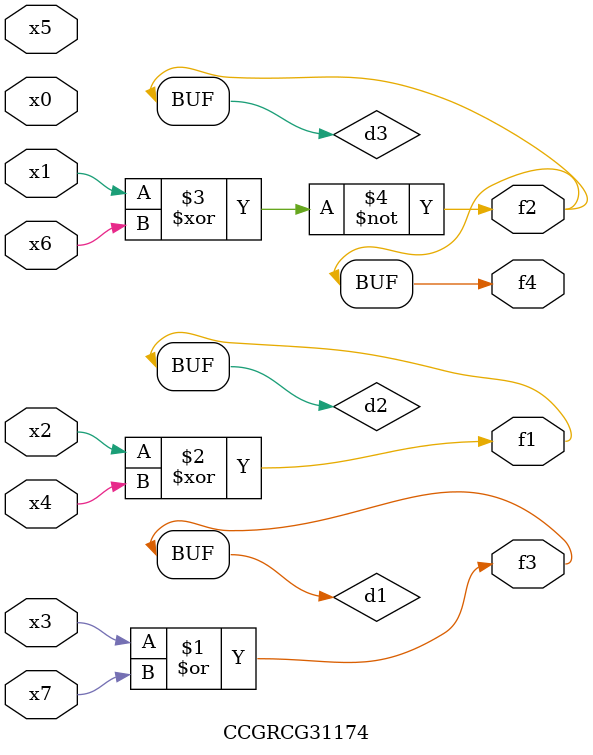
<source format=v>
module CCGRCG31174(
	input x0, x1, x2, x3, x4, x5, x6, x7,
	output f1, f2, f3, f4
);

	wire d1, d2, d3;

	or (d1, x3, x7);
	xor (d2, x2, x4);
	xnor (d3, x1, x6);
	assign f1 = d2;
	assign f2 = d3;
	assign f3 = d1;
	assign f4 = d3;
endmodule

</source>
